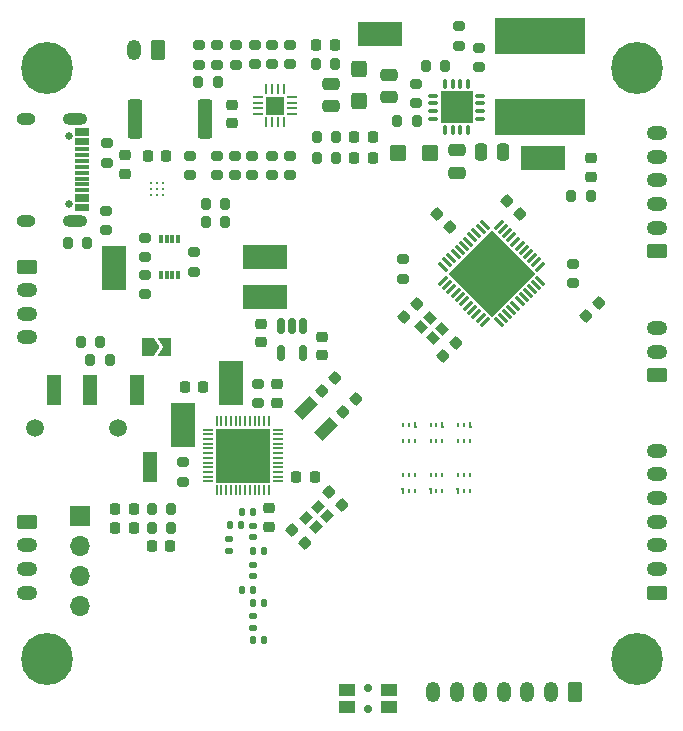
<source format=gts>
G04 #@! TF.GenerationSoftware,KiCad,Pcbnew,(6.0.5)*
G04 #@! TF.CreationDate,2022-08-26T20:13:17-07:00*
G04 #@! TF.ProjectId,main,6d61696e-2e6b-4696-9361-645f70636258,1*
G04 #@! TF.SameCoordinates,Original*
G04 #@! TF.FileFunction,Soldermask,Top*
G04 #@! TF.FilePolarity,Negative*
%FSLAX46Y46*%
G04 Gerber Fmt 4.6, Leading zero omitted, Abs format (unit mm)*
G04 Created by KiCad (PCBNEW (6.0.5)) date 2022-08-26 20:13:17*
%MOMM*%
%LPD*%
G01*
G04 APERTURE LIST*
G04 Aperture macros list*
%AMRoundRect*
0 Rectangle with rounded corners*
0 $1 Rounding radius*
0 $2 $3 $4 $5 $6 $7 $8 $9 X,Y pos of 4 corners*
0 Add a 4 corners polygon primitive as box body*
4,1,4,$2,$3,$4,$5,$6,$7,$8,$9,$2,$3,0*
0 Add four circle primitives for the rounded corners*
1,1,$1+$1,$2,$3*
1,1,$1+$1,$4,$5*
1,1,$1+$1,$6,$7*
1,1,$1+$1,$8,$9*
0 Add four rect primitives between the rounded corners*
20,1,$1+$1,$2,$3,$4,$5,0*
20,1,$1+$1,$4,$5,$6,$7,0*
20,1,$1+$1,$6,$7,$8,$9,0*
20,1,$1+$1,$8,$9,$2,$3,0*%
%AMRotRect*
0 Rectangle, with rotation*
0 The origin of the aperture is its center*
0 $1 length*
0 $2 width*
0 $3 Rotation angle, in degrees counterclockwise*
0 Add horizontal line*
21,1,$1,$2,0,0,$3*%
%AMFreePoly0*
4,1,7,0.100000,-0.225000,-0.100000,-0.225000,-0.100000,0.075000,-0.200000,0.075000,-0.200000,0.225000,0.100000,0.225000,0.100000,-0.225000,0.100000,-0.225000,$1*%
%AMFreePoly1*
4,1,6,1.000000,0.000000,0.500000,-0.750000,-0.500000,-0.750000,-0.500000,0.750000,0.500000,0.750000,1.000000,0.000000,1.000000,0.000000,$1*%
%AMFreePoly2*
4,1,6,0.500000,-0.750000,-0.650000,-0.750000,-0.150000,0.000000,-0.650000,0.750000,0.500000,0.750000,0.500000,-0.750000,0.500000,-0.750000,$1*%
G04 Aperture macros list end*
%ADD10FreePoly0,180.000000*%
%ADD11R,0.200000X0.450000*%
%ADD12FreePoly0,0.000000*%
%ADD13RoundRect,0.225000X0.250000X-0.225000X0.250000X0.225000X-0.250000X0.225000X-0.250000X-0.225000X0*%
%ADD14RoundRect,0.225000X-0.335876X-0.017678X-0.017678X-0.335876X0.335876X0.017678X0.017678X0.335876X0*%
%ADD15RoundRect,0.200000X0.275000X-0.200000X0.275000X0.200000X-0.275000X0.200000X-0.275000X-0.200000X0*%
%ADD16RoundRect,0.250000X0.625000X-0.350000X0.625000X0.350000X-0.625000X0.350000X-0.625000X-0.350000X0*%
%ADD17O,1.750000X1.200000*%
%ADD18RoundRect,0.200000X0.200000X0.275000X-0.200000X0.275000X-0.200000X-0.275000X0.200000X-0.275000X0*%
%ADD19RoundRect,0.147500X0.172500X-0.147500X0.172500X0.147500X-0.172500X0.147500X-0.172500X-0.147500X0*%
%ADD20RoundRect,0.147500X0.147500X0.172500X-0.147500X0.172500X-0.147500X-0.172500X0.147500X-0.172500X0*%
%ADD21RotRect,0.900000X0.800000X225.000000*%
%ADD22RoundRect,0.200000X-0.275000X0.200000X-0.275000X-0.200000X0.275000X-0.200000X0.275000X0.200000X0*%
%ADD23RoundRect,0.050000X-0.050000X0.350000X-0.050000X-0.350000X0.050000X-0.350000X0.050000X0.350000X0*%
%ADD24RoundRect,0.050000X-0.350000X0.050000X-0.350000X-0.050000X0.350000X-0.050000X0.350000X0.050000X0*%
%ADD25R,4.600000X4.600000*%
%ADD26RoundRect,0.140000X0.140000X0.170000X-0.140000X0.170000X-0.140000X-0.170000X0.140000X-0.170000X0*%
%ADD27R,2.000000X3.800000*%
%ADD28RoundRect,0.250000X0.350000X0.625000X-0.350000X0.625000X-0.350000X-0.625000X0.350000X-0.625000X0*%
%ADD29O,1.200000X1.750000*%
%ADD30RoundRect,0.250000X0.475000X-0.250000X0.475000X0.250000X-0.475000X0.250000X-0.475000X-0.250000X0*%
%ADD31RoundRect,0.200000X-0.200000X-0.275000X0.200000X-0.275000X0.200000X0.275000X-0.200000X0.275000X0*%
%ADD32C,1.500000*%
%ADD33R,1.200000X2.500000*%
%ADD34RoundRect,0.218750X-0.218750X-0.256250X0.218750X-0.256250X0.218750X0.256250X-0.218750X0.256250X0*%
%ADD35RoundRect,0.225000X0.335876X0.017678X0.017678X0.335876X-0.335876X-0.017678X-0.017678X-0.335876X0*%
%ADD36RoundRect,0.250000X-0.362500X-1.425000X0.362500X-1.425000X0.362500X1.425000X-0.362500X1.425000X0*%
%ADD37C,0.700000*%
%ADD38C,4.400000*%
%ADD39RoundRect,0.250000X0.450000X0.425000X-0.450000X0.425000X-0.450000X-0.425000X0.450000X-0.425000X0*%
%ADD40FreePoly1,0.000000*%
%ADD41FreePoly2,0.000000*%
%ADD42RoundRect,0.225000X-0.225000X-0.250000X0.225000X-0.250000X0.225000X0.250000X-0.225000X0.250000X0*%
%ADD43RoundRect,0.250000X-0.625000X0.350000X-0.625000X-0.350000X0.625000X-0.350000X0.625000X0.350000X0*%
%ADD44RoundRect,0.225000X-0.250000X0.225000X-0.250000X-0.225000X0.250000X-0.225000X0.250000X0.225000X0*%
%ADD45R,3.800000X2.000000*%
%ADD46RotRect,1.000000X1.800000X135.000000*%
%ADD47RoundRect,0.062500X-0.380070X0.291682X0.291682X-0.380070X0.380070X-0.291682X-0.291682X0.380070X0*%
%ADD48RoundRect,0.062500X-0.380070X-0.291682X-0.291682X-0.380070X0.380070X0.291682X0.291682X0.380070X0*%
%ADD49RotRect,5.200000X5.200000X315.000000*%
%ADD50R,0.300000X0.800000*%
%ADD51RoundRect,0.140000X-0.140000X-0.170000X0.140000X-0.170000X0.140000X0.170000X-0.140000X0.170000X0*%
%ADD52R,7.700000X3.100000*%
%ADD53RoundRect,0.150000X-0.150000X0.512500X-0.150000X-0.512500X0.150000X-0.512500X0.150000X0.512500X0*%
%ADD54RoundRect,0.250000X-0.475000X0.250000X-0.475000X-0.250000X0.475000X-0.250000X0.475000X0.250000X0*%
%ADD55RotRect,0.900000X0.800000X315.000000*%
%ADD56RoundRect,0.087500X0.087500X-0.325000X0.087500X0.325000X-0.087500X0.325000X-0.087500X-0.325000X0*%
%ADD57RoundRect,0.087500X0.325000X-0.087500X0.325000X0.087500X-0.325000X0.087500X-0.325000X-0.087500X0*%
%ADD58R,2.700000X2.700000*%
%ADD59RoundRect,0.225000X-0.017678X0.335876X-0.335876X0.017678X0.017678X-0.335876X0.335876X-0.017678X0*%
%ADD60RoundRect,0.225000X0.017678X-0.335876X0.335876X-0.017678X-0.017678X0.335876X-0.335876X0.017678X0*%
%ADD61RoundRect,0.140000X0.170000X-0.140000X0.170000X0.140000X-0.170000X0.140000X-0.170000X-0.140000X0*%
%ADD62RoundRect,0.225000X0.225000X0.250000X-0.225000X0.250000X-0.225000X-0.250000X0.225000X-0.250000X0*%
%ADD63RoundRect,0.250000X0.425000X-0.450000X0.425000X0.450000X-0.425000X0.450000X-0.425000X-0.450000X0*%
%ADD64R,1.400000X1.050000*%
%ADD65RoundRect,0.218750X0.256250X-0.218750X0.256250X0.218750X-0.256250X0.218750X-0.256250X-0.218750X0*%
%ADD66C,0.650000*%
%ADD67R,1.150000X0.300000*%
%ADD68O,1.600000X1.000000*%
%ADD69O,2.100000X1.000000*%
%ADD70RoundRect,0.062500X-0.375000X-0.062500X0.375000X-0.062500X0.375000X0.062500X-0.375000X0.062500X0*%
%ADD71RoundRect,0.062500X-0.062500X-0.375000X0.062500X-0.375000X0.062500X0.375000X-0.062500X0.375000X0*%
%ADD72R,1.600000X1.600000*%
%ADD73R,1.700000X1.700000*%
%ADD74O,1.700000X1.700000*%
%ADD75RoundRect,0.140000X-0.170000X0.140000X-0.170000X-0.140000X0.170000X-0.140000X0.170000X0.140000X0*%
%ADD76RoundRect,0.250000X-0.250000X-0.475000X0.250000X-0.475000X0.250000X0.475000X-0.250000X0.475000X0*%
%ADD77C,0.265000*%
G04 APERTURE END LIST*
D10*
X86200000Y-85225000D03*
D11*
X85700000Y-85225000D03*
X85200000Y-85225000D03*
X85200000Y-86575000D03*
X85700000Y-86575000D03*
X86200000Y-86575000D03*
D10*
X88500000Y-85225000D03*
D11*
X88000000Y-85225000D03*
X87500000Y-85225000D03*
X87500000Y-86575000D03*
X88000000Y-86575000D03*
X88500000Y-86575000D03*
D10*
X90800000Y-85225000D03*
D11*
X90300000Y-85225000D03*
X89800000Y-85225000D03*
X89800000Y-86575000D03*
X90300000Y-86575000D03*
X90800000Y-86575000D03*
D12*
X85200000Y-90775000D03*
D11*
X85700000Y-90775000D03*
X86200000Y-90775000D03*
X86200000Y-89425000D03*
X85700000Y-89425000D03*
X85200000Y-89425000D03*
D12*
X87500000Y-90775000D03*
D11*
X88000000Y-90775000D03*
X88500000Y-90775000D03*
X88500000Y-89425000D03*
X88000000Y-89425000D03*
X87500000Y-89425000D03*
D12*
X89800000Y-90775000D03*
D11*
X90300000Y-90775000D03*
X90800000Y-90775000D03*
X90800000Y-89425000D03*
X90300000Y-89425000D03*
X89800000Y-89425000D03*
D13*
X74519000Y-83324000D03*
X74519000Y-81774000D03*
D14*
X75768109Y-94108058D03*
X76864125Y-95204074D03*
D13*
X78350000Y-79325000D03*
X78350000Y-77775000D03*
D15*
X70918400Y-64091300D03*
X70918400Y-62441300D03*
D16*
X106650000Y-81000000D03*
D17*
X106650000Y-79000000D03*
X106650000Y-77000000D03*
D18*
X58425000Y-69800000D03*
X56775000Y-69800000D03*
D19*
X72470000Y-102375000D03*
X72470000Y-101405000D03*
D20*
X72464000Y-92582000D03*
X71494000Y-92582000D03*
D21*
X77972183Y-92122183D03*
X76982234Y-93112132D03*
X77760051Y-93889949D03*
X78750000Y-92900000D03*
D18*
X79524000Y-60826700D03*
X77874000Y-60826700D03*
D22*
X60100000Y-61375000D03*
X60100000Y-63025000D03*
X63300000Y-72475000D03*
X63300000Y-74125000D03*
D23*
X73800000Y-84850000D03*
X73400000Y-84850000D03*
X73000000Y-84850000D03*
X72600000Y-84850000D03*
X72200000Y-84850000D03*
X71800000Y-84850000D03*
X71400000Y-84850000D03*
X71000000Y-84850000D03*
X70600000Y-84850000D03*
X70200000Y-84850000D03*
X69800000Y-84850000D03*
X69400000Y-84850000D03*
D24*
X68650000Y-85600000D03*
X68650000Y-86000000D03*
X68650000Y-86400000D03*
X68650000Y-86800000D03*
X68650000Y-87200000D03*
X68650000Y-87600000D03*
X68650000Y-88000000D03*
X68650000Y-88400000D03*
X68650000Y-88800000D03*
X68650000Y-89200000D03*
X68650000Y-89600000D03*
X68650000Y-90000000D03*
D23*
X69400000Y-90750000D03*
X69800000Y-90750000D03*
X70200000Y-90750000D03*
X70600000Y-90750000D03*
X71000000Y-90750000D03*
X71400000Y-90750000D03*
X71800000Y-90750000D03*
X72200000Y-90750000D03*
X72600000Y-90750000D03*
X73000000Y-90750000D03*
X73400000Y-90750000D03*
X73800000Y-90750000D03*
D24*
X74550000Y-90000000D03*
X74550000Y-89600000D03*
X74550000Y-89200000D03*
X74550000Y-88800000D03*
X74550000Y-88400000D03*
X74550000Y-88000000D03*
X74550000Y-87600000D03*
X74550000Y-87200000D03*
X74550000Y-86800000D03*
X74550000Y-86400000D03*
X74550000Y-86000000D03*
X74550000Y-85600000D03*
D25*
X71600000Y-87800000D03*
D18*
X79524000Y-62626700D03*
X77874000Y-62626700D03*
D26*
X73430000Y-100249000D03*
X72470000Y-100249000D03*
D27*
X60700000Y-71900000D03*
D28*
X99700000Y-107800000D03*
D29*
X97700000Y-107800000D03*
X95700000Y-107800000D03*
X93700000Y-107800000D03*
X91700000Y-107800000D03*
X89700000Y-107800000D03*
X87700000Y-107800000D03*
D30*
X79099200Y-58233500D03*
X79099200Y-56333500D03*
D22*
X72418400Y-62441300D03*
X72418400Y-64091300D03*
D31*
X68475000Y-66500000D03*
X70125000Y-66500000D03*
D32*
X54025000Y-85500000D03*
X61025000Y-85500000D03*
D33*
X58625000Y-82250000D03*
X55625000Y-82250000D03*
X63725000Y-88750000D03*
X62625000Y-82250000D03*
D18*
X86325000Y-59500000D03*
X84675000Y-59500000D03*
D22*
X74118400Y-62441300D03*
X74118400Y-64091300D03*
D34*
X81011500Y-62626700D03*
X82586500Y-62626700D03*
D35*
X80014125Y-92004074D03*
X78918109Y-90908058D03*
D27*
X66500000Y-85200000D03*
D26*
X73430000Y-95880000D03*
X72470000Y-95880000D03*
D36*
X62437500Y-59266300D03*
X68362500Y-59266300D03*
D34*
X60812500Y-92300000D03*
X62387500Y-92300000D03*
D13*
X61618400Y-63941300D03*
X61618400Y-62391300D03*
D37*
X106166726Y-53833274D03*
X105000000Y-56650000D03*
X106166726Y-56166726D03*
X105000000Y-53350000D03*
X106650000Y-55000000D03*
X103833274Y-53833274D03*
X103350000Y-55000000D03*
X103833274Y-56166726D03*
D38*
X105000000Y-55000000D03*
D39*
X87450000Y-62200000D03*
X84750000Y-62200000D03*
D40*
X63550000Y-78600000D03*
D41*
X65000000Y-78600000D03*
D42*
X77843400Y-53066300D03*
X79393400Y-53066300D03*
D22*
X63300000Y-69375000D03*
X63300000Y-71025000D03*
D37*
X106166726Y-106166726D03*
X106166726Y-103833274D03*
X105000000Y-103350000D03*
X103833274Y-103833274D03*
X103350000Y-105000000D03*
D38*
X105000000Y-105000000D03*
D37*
X103833274Y-106166726D03*
X105000000Y-106650000D03*
X106650000Y-105000000D03*
D22*
X67118400Y-62441300D03*
X67118400Y-64091300D03*
D42*
X63543400Y-62466300D03*
X65093400Y-62466300D03*
D43*
X53350000Y-93400000D03*
D17*
X53350000Y-95400000D03*
X53350000Y-97400000D03*
X53350000Y-99400000D03*
D44*
X73150000Y-76675000D03*
X73150000Y-78225000D03*
X70718400Y-58091300D03*
X70718400Y-59641300D03*
D45*
X83200000Y-52100000D03*
D35*
X89148008Y-68448008D03*
X88051992Y-67351992D03*
D22*
X91600000Y-53275000D03*
X91600000Y-54925000D03*
D15*
X72618400Y-54691300D03*
X72618400Y-53041300D03*
D46*
X76916117Y-83766117D03*
X78683883Y-85533883D03*
D15*
X99600000Y-73225000D03*
X99600000Y-71575000D03*
X72868000Y-83374000D03*
X72868000Y-81724000D03*
D18*
X79443400Y-54666300D03*
X77793400Y-54666300D03*
D47*
X92088559Y-68272264D03*
X91735006Y-68625818D03*
X91381452Y-68979371D03*
X91027899Y-69332924D03*
X90674346Y-69686478D03*
X90320792Y-70040031D03*
X89967239Y-70393585D03*
X89613685Y-70747138D03*
X89260132Y-71100691D03*
X88906579Y-71454245D03*
X88553025Y-71807798D03*
D48*
X88553025Y-72992202D03*
X88906579Y-73345755D03*
X89260132Y-73699309D03*
X89613685Y-74052862D03*
X89967239Y-74406415D03*
X90320792Y-74759969D03*
X90674346Y-75113522D03*
X91027899Y-75467076D03*
X91381452Y-75820629D03*
X91735006Y-76174182D03*
X92088559Y-76527736D03*
D47*
X93272963Y-76527736D03*
X93626516Y-76174182D03*
X93980070Y-75820629D03*
X94333623Y-75467076D03*
X94687176Y-75113522D03*
X95040730Y-74759969D03*
X95394283Y-74406415D03*
X95747837Y-74052862D03*
X96101390Y-73699309D03*
X96454943Y-73345755D03*
X96808497Y-72992202D03*
D48*
X96808497Y-71807798D03*
X96454943Y-71454245D03*
X96101390Y-71100691D03*
X95747837Y-70747138D03*
X95394283Y-70393585D03*
X95040730Y-70040031D03*
X94687176Y-69686478D03*
X94333623Y-69332924D03*
X93980070Y-68979371D03*
X93626516Y-68625818D03*
X93272963Y-68272264D03*
D49*
X92680761Y-72400000D03*
D50*
X66150000Y-69450000D03*
X65650000Y-69450000D03*
X65150000Y-69450000D03*
X64650000Y-69450000D03*
X64650000Y-72550000D03*
X65150000Y-72550000D03*
X65650000Y-72550000D03*
X66150000Y-72550000D03*
D51*
X71510000Y-99180000D03*
X72470000Y-99180000D03*
D37*
X53833274Y-56166726D03*
X55000000Y-56650000D03*
X56650000Y-55000000D03*
X53833274Y-53833274D03*
D38*
X55000000Y-55000000D03*
D37*
X56166726Y-53833274D03*
X55000000Y-53350000D03*
X53350000Y-55000000D03*
X56166726Y-56166726D03*
D52*
X96800000Y-52250000D03*
X96800000Y-59150000D03*
D22*
X86250000Y-56325000D03*
X86250000Y-57975000D03*
D15*
X89900000Y-53125000D03*
X89900000Y-51475000D03*
D53*
X76700000Y-76812500D03*
X75750000Y-76812500D03*
X74800000Y-76812500D03*
X74800000Y-79087500D03*
X76700000Y-79087500D03*
D42*
X76125000Y-89650000D03*
X77675000Y-89650000D03*
D54*
X84000000Y-55550000D03*
X84000000Y-57450000D03*
D19*
X72470000Y-98015000D03*
X72470000Y-97045000D03*
D18*
X65525000Y-93900000D03*
X63875000Y-93900000D03*
X101075000Y-65850000D03*
X99425000Y-65850000D03*
D34*
X81011500Y-60826700D03*
X82586500Y-60826700D03*
D55*
X86716117Y-76893934D03*
X87706066Y-77883883D03*
X88483883Y-77106066D03*
X87493934Y-76116117D03*
D56*
X88725000Y-60262500D03*
X89375000Y-60262500D03*
X90025000Y-60262500D03*
X90675000Y-60262500D03*
D57*
X91662500Y-59275000D03*
X91662500Y-58625000D03*
X91662500Y-57975000D03*
X91662500Y-57325000D03*
D56*
X90675000Y-56337500D03*
X90025000Y-56337500D03*
X89375000Y-56337500D03*
X88725000Y-56337500D03*
D57*
X87737500Y-57325000D03*
X87737500Y-57975000D03*
X87737500Y-58625000D03*
X87737500Y-59275000D03*
D58*
X89700000Y-58300000D03*
D59*
X86367247Y-74951992D03*
X85271231Y-76048008D03*
D60*
X80101992Y-84148008D03*
X81198008Y-83051992D03*
D15*
X66500000Y-90025000D03*
X66500000Y-88375000D03*
D61*
X72470000Y-94710000D03*
X72470000Y-93750000D03*
D15*
X85200000Y-72825000D03*
X85200000Y-71175000D03*
D44*
X73800000Y-92275000D03*
X73800000Y-93825000D03*
D22*
X67500000Y-70575000D03*
X67500000Y-72225000D03*
D18*
X65525000Y-92300000D03*
X63875000Y-92300000D03*
D31*
X87075000Y-54800000D03*
X88725000Y-54800000D03*
D15*
X60000000Y-68725000D03*
X60000000Y-67075000D03*
D54*
X89700000Y-61950000D03*
X89700000Y-63850000D03*
D62*
X68250000Y-82000000D03*
X66700000Y-82000000D03*
D37*
X56166726Y-106166726D03*
X55000000Y-103350000D03*
X56650000Y-105000000D03*
X56166726Y-103833274D03*
D38*
X55000000Y-105000000D03*
D37*
X55000000Y-106650000D03*
X53833274Y-106166726D03*
X53833274Y-103833274D03*
X53350000Y-105000000D03*
D63*
X81436000Y-57816900D03*
X81436000Y-55116900D03*
D60*
X88551992Y-79348008D03*
X89648008Y-78251992D03*
D37*
X82200000Y-109300000D03*
X82200000Y-107500000D03*
D64*
X84000000Y-107680000D03*
X80400000Y-107680000D03*
X80400000Y-109120000D03*
X84000000Y-109120000D03*
D20*
X71448000Y-93725000D03*
X70478000Y-93725000D03*
D65*
X101050000Y-64187500D03*
X101050000Y-62612500D03*
D66*
X56905000Y-60710000D03*
X56905000Y-66490000D03*
D67*
X57970000Y-60250000D03*
X57970000Y-61050000D03*
X57970000Y-62350000D03*
X57970000Y-63350000D03*
X57970000Y-63850000D03*
X57970000Y-64850000D03*
X57970000Y-66150000D03*
X57970000Y-66950000D03*
X57970000Y-66650000D03*
X57970000Y-65850000D03*
X57970000Y-65350000D03*
X57970000Y-64350000D03*
X57970000Y-62850000D03*
X57970000Y-61850000D03*
X57970000Y-61350000D03*
X57970000Y-60550000D03*
D68*
X53225000Y-67920000D03*
X53225000Y-59280000D03*
D69*
X57405000Y-67920000D03*
X57405000Y-59280000D03*
D28*
X64400000Y-53450000D03*
D29*
X62400000Y-53450000D03*
D60*
X78301992Y-82348008D03*
X79398008Y-81251992D03*
D18*
X60325000Y-79700000D03*
X58675000Y-79700000D03*
D22*
X74118400Y-53041300D03*
X74118400Y-54691300D03*
D45*
X73500000Y-71000000D03*
D70*
X72880900Y-57416300D03*
X72880900Y-57916300D03*
X72880900Y-58416300D03*
X72880900Y-58916300D03*
D71*
X73568400Y-59603800D03*
X74068400Y-59603800D03*
X74568400Y-59603800D03*
X75068400Y-59603800D03*
D70*
X75755900Y-58916300D03*
X75755900Y-58416300D03*
X75755900Y-57916300D03*
X75755900Y-57416300D03*
D71*
X75068400Y-56728800D03*
X74568400Y-56728800D03*
X74068400Y-56728800D03*
X73568400Y-56728800D03*
D72*
X74318400Y-58166300D03*
D60*
X100651992Y-75948008D03*
X101748008Y-74851992D03*
D73*
X57800000Y-92900000D03*
D74*
X57800000Y-95440000D03*
X57800000Y-97980000D03*
X57800000Y-100520000D03*
D34*
X60812500Y-93900000D03*
X62387500Y-93900000D03*
D75*
X70455000Y-94896000D03*
X70455000Y-95856000D03*
D15*
X69418400Y-64091300D03*
X69418400Y-62441300D03*
D18*
X59525000Y-78200000D03*
X57875000Y-78200000D03*
D35*
X95048008Y-67348008D03*
X93951992Y-66251992D03*
D22*
X75618400Y-53041300D03*
X75618400Y-54691300D03*
D31*
X68475000Y-68000000D03*
X70125000Y-68000000D03*
D22*
X69400000Y-53075000D03*
X69400000Y-54725000D03*
D45*
X97000000Y-62600000D03*
D16*
X106650000Y-99400000D03*
D17*
X106650000Y-97400000D03*
X106650000Y-95400000D03*
X106650000Y-93400000D03*
X106650000Y-91400000D03*
X106650000Y-89400000D03*
X106650000Y-87400000D03*
D43*
X53350000Y-71800000D03*
D17*
X53350000Y-73800000D03*
X53350000Y-75800000D03*
X53350000Y-77800000D03*
D31*
X67825000Y-56150000D03*
X69475000Y-56150000D03*
D15*
X67900000Y-54725000D03*
X67900000Y-53075000D03*
D26*
X73430000Y-103460000D03*
X72470000Y-103460000D03*
D27*
X70582000Y-81660000D03*
D62*
X65475000Y-95500000D03*
X63925000Y-95500000D03*
D15*
X75618400Y-64091300D03*
X75618400Y-62441300D03*
D76*
X91750000Y-62100000D03*
X93650000Y-62100000D03*
D16*
X106650000Y-70500000D03*
D17*
X106650000Y-68500000D03*
X106650000Y-66500000D03*
X106650000Y-64500000D03*
X106650000Y-62500000D03*
X106650000Y-60500000D03*
D77*
X64818400Y-65766300D03*
X64318400Y-65766300D03*
X63818400Y-65766300D03*
X64818400Y-65266300D03*
X64318400Y-65266300D03*
X63818400Y-65266300D03*
X64818400Y-64766300D03*
X64318400Y-64766300D03*
X63818400Y-64766300D03*
D45*
X73500000Y-74400000D03*
D22*
X71000000Y-53075000D03*
X71000000Y-54725000D03*
M02*

</source>
